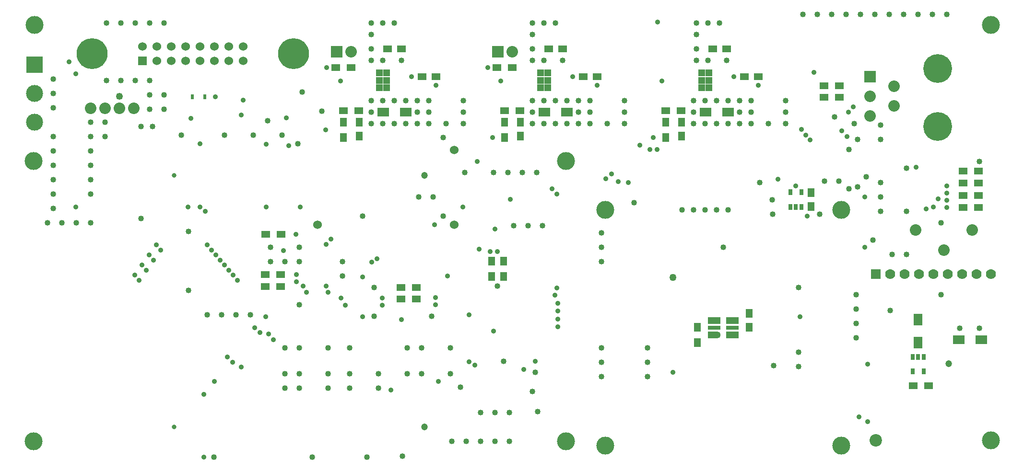
<source format=gbr>
G04 #@! TF.FileFunction,Soldermask,Bot*
%FSLAX46Y46*%
G04 Gerber Fmt 4.6, Leading zero omitted, Abs format (unit mm)*
G04 Created by KiCad (PCBNEW (2015-09-12 BZR 6188)-product) date Sat Nov 21 23:19:16 2015*
%MOMM*%
G01*
G04 APERTURE LIST*
%ADD10C,0.100000*%
%ADD11C,1.016000*%
%ADD12C,3.175000*%
%ADD13R,1.500000X1.300000*%
%ADD14R,1.250000X1.500000*%
%ADD15R,1.600000X2.000000*%
%ADD16R,2.000000X1.600000*%
%ADD17R,1.500000X1.250000*%
%ADD18C,5.080000*%
%ADD19R,3.000000X3.000000*%
%ADD20C,3.000000*%
%ADD21C,2.040000*%
%ADD22C,1.250000*%
%ADD23R,1.300000X1.500000*%
%ADD24C,1.200000*%
%ADD25R,1.300000X1.300000*%
%ADD26R,2.032000X2.032000*%
%ADD27O,2.032000X2.032000*%
%ADD28C,5.461000*%
%ADD29R,1.524000X1.524000*%
%ADD30C,1.524000*%
%ADD31C,2.032000*%
%ADD32R,2.290000X0.800000*%
%ADD33R,2.290000X1.240000*%
%ADD34O,1.290000X1.240000*%
%ADD35R,1.645000X1.240000*%
%ADD36R,0.700000X1.000000*%
%ADD37C,0.800000*%
%ADD38R,1.778000X1.778000*%
%ADD39C,2.200000*%
%ADD40C,1.778000*%
%ADD41R,0.630000X0.830000*%
%ADD42C,0.889000*%
%ADD43C,1.270000*%
G04 APERTURE END LIST*
D10*
D11*
X339598000Y-224282000D03*
X339598000Y-221742000D03*
X339598000Y-219202000D03*
X339598000Y-216662000D03*
X316103000Y-208280000D03*
X302768000Y-231140000D03*
X302768000Y-228600000D03*
X302768000Y-226060000D03*
X329438000Y-215392000D03*
X329438000Y-226822000D03*
X329438000Y-229362000D03*
X324866000Y-202438000D03*
X333121000Y-202438000D03*
X235712000Y-185928000D03*
X241808000Y-180848000D03*
X245237000Y-184277000D03*
X277368000Y-228473000D03*
X268224000Y-242570000D03*
X270764000Y-242570000D03*
X278384000Y-242570000D03*
X275844000Y-242570000D03*
X273304000Y-242570000D03*
X273304000Y-237490000D03*
X275844000Y-237490000D03*
X278384000Y-237490000D03*
X267970000Y-226060000D03*
X267970000Y-230632000D03*
X264668000Y-220472000D03*
X254508000Y-220472000D03*
X254508000Y-215392000D03*
X262382000Y-199390000D03*
X264922000Y-199390000D03*
X220472000Y-188468000D03*
X228092000Y-188468000D03*
X233172000Y-188468000D03*
X238252000Y-188468000D03*
X241046000Y-189992000D03*
X279146000Y-204470000D03*
X270510000Y-195072000D03*
X294640000Y-231140000D03*
X294640000Y-228600000D03*
X294640000Y-226060000D03*
X294640000Y-210820000D03*
X294640000Y-208280000D03*
X294640000Y-205740000D03*
X281686000Y-204470000D03*
X284226000Y-204470000D03*
X283210000Y-195072000D03*
X280670000Y-195072000D03*
X278130000Y-195072000D03*
X275590000Y-195072000D03*
X260350000Y-226060000D03*
X262890000Y-226060000D03*
X262890000Y-230632000D03*
X260350000Y-230632000D03*
X248920000Y-213360000D03*
X248920000Y-210820000D03*
X232664000Y-220218000D03*
X230124000Y-220218000D03*
X227584000Y-220218000D03*
X225044000Y-220218000D03*
X221742000Y-215900000D03*
X221742000Y-205486000D03*
X255270000Y-230632000D03*
X255270000Y-233172000D03*
X250190000Y-233172000D03*
X246380000Y-233172000D03*
X241300000Y-233172000D03*
X238760000Y-233172000D03*
X238760000Y-230632000D03*
X241300000Y-230632000D03*
X246380000Y-230632000D03*
X250190000Y-230632000D03*
X250190000Y-226060000D03*
X246380000Y-226060000D03*
X238760000Y-226060000D03*
X241300000Y-226060000D03*
X241300000Y-218440000D03*
X236220000Y-208280000D03*
X241300000Y-208280000D03*
X236220000Y-210820000D03*
X238760000Y-210820000D03*
X241300000Y-210820000D03*
X354584000Y-216662000D03*
X354584000Y-203962000D03*
X345948000Y-209550000D03*
X348488000Y-209550000D03*
X355600000Y-167132000D03*
X353060000Y-167132000D03*
X350520000Y-167132000D03*
X347980000Y-167132000D03*
X345440000Y-167132000D03*
X342900000Y-167132000D03*
X340360000Y-167132000D03*
X337820000Y-167132000D03*
X335280000Y-167132000D03*
X332740000Y-167132000D03*
X330200000Y-167132000D03*
X348488000Y-194310000D03*
X348488000Y-201930000D03*
X334010000Y-196596000D03*
X336550000Y-196596000D03*
X339852000Y-197612000D03*
X341376000Y-195834000D03*
X343916000Y-201930000D03*
X343916000Y-199390000D03*
X343916000Y-196850000D03*
X343916000Y-186690000D03*
X343916000Y-189230000D03*
X339852000Y-189230000D03*
X217424000Y-168656000D03*
X214884000Y-168656000D03*
X212344000Y-168656000D03*
X209804000Y-168656000D03*
X207264000Y-168656000D03*
X207264000Y-178816000D03*
X209804000Y-178816000D03*
X212344000Y-178816000D03*
X214884000Y-178816000D03*
X214884000Y-181356000D03*
X217424000Y-181356000D03*
X214884000Y-183896000D03*
X217424000Y-183896000D03*
X215392000Y-186944000D03*
X213360000Y-186944000D03*
X196850000Y-203962000D03*
X199390000Y-203962000D03*
X201930000Y-203962000D03*
X204470000Y-203962000D03*
X204470000Y-198882000D03*
X204470000Y-196342000D03*
X204470000Y-193802000D03*
X204470000Y-191262000D03*
X207010000Y-188722000D03*
X207010000Y-186182000D03*
X204470000Y-186182000D03*
X204470000Y-188722000D03*
X197866000Y-201422000D03*
X197866000Y-198882000D03*
X197866000Y-196342000D03*
X197866000Y-193802000D03*
X197866000Y-191262000D03*
X197866000Y-188722000D03*
X197866000Y-178562000D03*
X197866000Y-183642000D03*
D12*
X288315400Y-242570000D03*
X288315400Y-193040000D03*
X194335400Y-193040000D03*
X194335400Y-242570000D03*
X363347000Y-169037000D03*
D13*
X249094000Y-184150000D03*
X251794000Y-184150000D03*
D14*
X320675000Y-222484000D03*
X320675000Y-219984000D03*
D15*
X350520000Y-221139000D03*
X350520000Y-225139000D03*
D16*
X361664000Y-224663000D03*
X357664000Y-224663000D03*
D17*
X316718000Y-173228000D03*
X314218000Y-173228000D03*
X287762000Y-173228000D03*
X285262000Y-173228000D03*
X259314000Y-173228000D03*
X256814000Y-173228000D03*
X319806000Y-178181000D03*
X322306000Y-178181000D03*
X291358000Y-178181000D03*
X293858000Y-178181000D03*
X262910000Y-178181000D03*
X265410000Y-178181000D03*
D14*
X308737000Y-188702000D03*
X308737000Y-186202000D03*
X280289000Y-188702000D03*
X280289000Y-186202000D03*
X251841000Y-188702000D03*
X251841000Y-186202000D03*
D16*
X260064000Y-184404000D03*
X256064000Y-184404000D03*
X316960000Y-184404000D03*
X312960000Y-184404000D03*
X288512000Y-184404000D03*
X284512000Y-184404000D03*
D18*
X353974400Y-187007500D03*
X353974400Y-176720500D03*
D19*
X194564000Y-176022000D03*
D20*
X194564000Y-181102000D03*
X194564000Y-186182000D03*
D21*
X212090000Y-183769000D03*
X209550000Y-183769000D03*
X204470000Y-183769000D03*
X207010000Y-183769000D03*
D22*
X209550000Y-181609000D03*
D13*
X261954000Y-217424000D03*
X259254000Y-217424000D03*
X261954000Y-215392000D03*
X259254000Y-215392000D03*
X238078000Y-205994000D03*
X235378000Y-205994000D03*
X333930000Y-179755800D03*
X336630000Y-179755800D03*
X333930000Y-181787800D03*
X336630000Y-181787800D03*
X278845000Y-176530000D03*
X276145000Y-176530000D03*
X250397000Y-176530000D03*
X247697000Y-176530000D03*
D23*
X305943000Y-188929000D03*
X305943000Y-186229000D03*
D13*
X305990000Y-184150000D03*
X308690000Y-184150000D03*
D23*
X277495000Y-188929000D03*
X277495000Y-186229000D03*
D13*
X277542000Y-184150000D03*
X280242000Y-184150000D03*
D23*
X249047000Y-188929000D03*
X249047000Y-186229000D03*
D13*
X237951000Y-215265000D03*
X235251000Y-215265000D03*
X237951000Y-213106000D03*
X235251000Y-213106000D03*
D23*
X277368000Y-213440000D03*
X277368000Y-210740000D03*
X275209000Y-213440000D03*
X275209000Y-210740000D03*
D13*
X361141000Y-194818000D03*
X358441000Y-194818000D03*
X361141000Y-196977000D03*
X358441000Y-196977000D03*
X361141000Y-199136000D03*
X358441000Y-199136000D03*
X358441000Y-201295000D03*
X361141000Y-201295000D03*
D24*
X355892000Y-228927000D03*
D25*
X313578000Y-180116000D03*
X313578000Y-177516000D03*
X312278000Y-180116000D03*
X312278000Y-177516000D03*
X312278000Y-178816000D03*
X313578000Y-178816000D03*
X285130000Y-180116000D03*
X285130000Y-177516000D03*
X283830000Y-180116000D03*
X283830000Y-177516000D03*
X283830000Y-178816000D03*
X285130000Y-178816000D03*
X256682000Y-180116000D03*
X256682000Y-177516000D03*
X255382000Y-180116000D03*
X255382000Y-177516000D03*
X255382000Y-178816000D03*
X256682000Y-178816000D03*
D26*
X276352000Y-173736000D03*
D27*
X278892000Y-173736000D03*
D26*
X247904000Y-173736000D03*
D27*
X250444000Y-173736000D03*
D28*
X204724000Y-174117000D03*
X240284000Y-174117000D03*
D29*
X213614000Y-175387000D03*
D30*
X213614000Y-172847000D03*
X216154000Y-175387000D03*
X216154000Y-172847000D03*
X218694000Y-175387000D03*
X218694000Y-172847000D03*
X221234000Y-175387000D03*
X221234000Y-172847000D03*
X223774000Y-175387000D03*
X223774000Y-172847000D03*
X226314000Y-175387000D03*
X226314000Y-172847000D03*
X228854000Y-175387000D03*
X228854000Y-172847000D03*
X231394000Y-175387000D03*
X231394000Y-172847000D03*
D31*
X341998300Y-181610000D03*
D26*
X341998300Y-178206400D03*
D31*
X341998300Y-185110120D03*
X346240100Y-183311800D03*
X346240100Y-179908200D03*
D32*
X317728000Y-222504000D03*
X314478000Y-222504000D03*
D33*
X317728000Y-223774000D03*
X317728000Y-221234000D03*
X314478000Y-221234000D03*
D34*
X314978000Y-223774000D03*
D35*
X314155500Y-223774000D03*
D14*
X331597000Y-198648000D03*
X331597000Y-201148000D03*
D23*
X311531000Y-225124000D03*
X311531000Y-222424000D03*
D36*
X329880000Y-201198000D03*
X328930000Y-201198000D03*
X327980000Y-201198000D03*
X327980000Y-198598000D03*
X329880000Y-198598000D03*
D24*
X263347200Y-195592700D03*
D37*
X219147200Y-195592700D03*
D24*
X263347200Y-240042700D03*
D37*
X219147200Y-240042700D03*
D36*
X349570000Y-227681000D03*
X350520000Y-227681000D03*
X351470000Y-227681000D03*
X351470000Y-230281000D03*
X349570000Y-230281000D03*
D13*
X349678000Y-232791000D03*
X352378000Y-232791000D03*
D21*
X355092000Y-208832000D03*
X350092000Y-205232000D03*
X360092000Y-205232000D03*
D12*
X194564000Y-169037000D03*
X363347000Y-242443000D03*
D38*
X343027000Y-213090000D03*
D39*
X343027000Y-242443000D03*
D40*
X345567000Y-213090000D03*
X348107000Y-213090000D03*
X350647000Y-213090000D03*
X353187000Y-213090000D03*
X355727000Y-213090000D03*
X358267000Y-213090000D03*
X360807000Y-213090000D03*
X363347000Y-213090000D03*
D12*
X336931000Y-243332000D03*
X295275000Y-243332000D03*
X295275000Y-201676000D03*
X336931000Y-201676000D03*
D41*
X224635000Y-181737000D03*
X222405000Y-181737000D03*
D11*
X197866000Y-181102000D03*
D42*
X340106000Y-238252000D03*
D11*
X283337000Y-237363000D03*
X282956056Y-230378000D03*
X269748000Y-233045000D03*
X282448000Y-233807006D03*
X322580000Y-196850000D03*
X316992000Y-201676000D03*
X308864000Y-201676000D03*
X310896000Y-201676000D03*
X312928000Y-201676000D03*
X314960000Y-201676000D03*
D43*
X307213000Y-213614000D03*
D11*
X286512000Y-168656000D03*
X284480000Y-168656000D03*
X282448000Y-168656000D03*
X314960000Y-186436000D03*
X312928000Y-186436000D03*
X310896000Y-186436000D03*
X286512000Y-186436000D03*
X284480000Y-186436000D03*
X282448000Y-186436000D03*
X254000000Y-186436000D03*
X256032000Y-186436000D03*
X258064000Y-186436000D03*
X315468000Y-168656000D03*
X313436000Y-168656000D03*
X311404000Y-168656000D03*
X311404000Y-170688000D03*
X313436000Y-175260000D03*
X311404000Y-175260000D03*
X311404000Y-173228000D03*
X314960000Y-182372000D03*
X312928000Y-182372000D03*
X310896000Y-182372000D03*
X310896000Y-184404000D03*
X357886000Y-222631000D03*
X286512000Y-182372000D03*
X284480000Y-182372000D03*
X282448000Y-182372000D03*
X282448000Y-184404000D03*
X282448000Y-170688000D03*
X284480000Y-175260000D03*
X282448000Y-175260000D03*
X282448000Y-173228000D03*
X254000000Y-168655992D03*
X258064000Y-168656000D03*
X256032000Y-168656000D03*
X254000000Y-170688000D03*
X256032000Y-175260000D03*
X254000000Y-175260000D03*
X254000000Y-173228000D03*
X258064000Y-182372000D03*
X256032000Y-182372000D03*
X254000000Y-182372000D03*
X254000000Y-184404000D03*
X300355000Y-200406000D03*
X338328000Y-191008000D03*
X338328000Y-197993000D03*
X259461000Y-245237000D03*
X253238000Y-245364000D03*
D42*
X259334000Y-221107000D03*
D11*
X252476006Y-202818980D03*
X266700000Y-202818980D03*
X213360000Y-203200000D03*
D42*
X275364695Y-188929000D03*
D11*
X324739000Y-199898000D03*
D42*
X267462000Y-213360000D03*
X252476000Y-220580920D03*
X235331000Y-220599000D03*
X252476000Y-213591498D03*
D11*
X361315000Y-193167000D03*
X266672622Y-188929000D03*
X298704000Y-182372000D03*
X298704000Y-184404000D03*
X298704000Y-186436000D03*
X292608000Y-182372000D03*
X292608000Y-184404000D03*
X292608000Y-186436000D03*
X295656000Y-186436000D03*
X288544000Y-186436000D03*
X290576000Y-186436000D03*
X288544000Y-182372000D03*
X290576000Y-182372000D03*
X290576000Y-184404000D03*
X276225000Y-215138000D03*
D42*
X265176000Y-204343000D03*
D30*
X244475000Y-204342980D03*
X268605006Y-204342980D03*
D11*
X243586000Y-245364000D03*
X226187020Y-245364000D03*
D30*
X268605000Y-191135020D03*
D11*
X342519000Y-207010010D03*
D42*
X303769000Y-188929000D03*
D11*
X339217000Y-186436000D03*
X345567000Y-219456006D03*
X335788000Y-185293001D03*
X324104000Y-186436000D03*
X327152000Y-186436000D03*
X327152000Y-184404000D03*
X327152000Y-182372000D03*
X316992000Y-186436000D03*
X319024000Y-186436000D03*
X321056000Y-182372000D03*
X321056000Y-184404000D03*
X321056000Y-186436000D03*
X316992000Y-182372000D03*
X319024000Y-182372000D03*
X319024000Y-184404000D03*
D42*
X318008000Y-178181000D03*
X322326000Y-179705000D03*
X289560000Y-178181000D03*
X293878000Y-179705000D03*
X261112000Y-178181000D03*
X265430000Y-179705000D03*
X305308000Y-178943000D03*
X276860000Y-178943000D03*
X245949426Y-187529426D03*
D11*
X270256000Y-182372000D03*
X270256000Y-184404000D03*
X270256000Y-186436000D03*
X264160000Y-182372000D03*
X264160000Y-184404000D03*
X264160000Y-186436000D03*
X267208000Y-186436000D03*
X260096000Y-182372000D03*
X262128000Y-182372000D03*
X260096000Y-186436000D03*
X262128000Y-186436000D03*
X262128000Y-184404000D03*
D42*
X248539000Y-178943000D03*
X249427994Y-218567000D03*
X255905000Y-218567000D03*
X248666000Y-217296994D03*
X255905000Y-217297000D03*
X238506006Y-208915000D03*
X325755000Y-196278553D03*
X257429000Y-233553000D03*
X341630000Y-239141000D03*
X341630000Y-228981000D03*
X222123000Y-185547000D03*
X304545992Y-168529000D03*
X200660000Y-175514000D03*
X274574000Y-176530000D03*
X246126000Y-176530000D03*
X224663000Y-201930000D03*
X235458000Y-190119006D03*
X235458000Y-201168000D03*
X239014000Y-185420000D03*
X272669002Y-193167000D03*
X224409000Y-245364000D03*
X224409000Y-234315000D03*
X231372924Y-182318041D03*
X223774000Y-201168000D03*
X223774012Y-189992000D03*
X301371000Y-190246000D03*
X241427002Y-201168000D03*
X226314000Y-232029000D03*
X265811000Y-232029000D03*
X270129004Y-201168000D03*
X239395000Y-190373000D03*
X255016000Y-210375520D03*
X275844010Y-205105000D03*
X276225000Y-209042000D03*
X254046558Y-210981043D03*
X273050000Y-208661000D03*
X274955000Y-209042000D03*
X246380000Y-216281000D03*
X242570000Y-216281000D03*
X246888004Y-206883000D03*
X355600000Y-197485000D03*
X245999000Y-215138000D03*
X241935000Y-215138000D03*
X245999000Y-207772000D03*
X355600000Y-198755000D03*
X286893006Y-219583000D03*
X234315038Y-223393000D03*
X295402000Y-196215000D03*
X353187000Y-201168000D03*
X286893000Y-220980000D03*
X235839000Y-223646990D03*
X297561000Y-196723000D03*
X351917000Y-201549000D03*
X240665000Y-205994002D03*
X329932609Y-187515480D03*
X332105000Y-177419000D03*
X228600014Y-227711000D03*
X271272000Y-220218000D03*
X229489000Y-228600000D03*
X271263583Y-228590338D03*
X272288000Y-229108000D03*
X231013000Y-229489000D03*
X286893000Y-222377000D03*
X236728004Y-224663000D03*
X299339000Y-196850000D03*
X341122000Y-208280000D03*
X341122002Y-199390000D03*
X286893000Y-218186000D03*
X233426000Y-222504000D03*
X296418000Y-195326008D03*
X354076000Y-199771000D03*
X278510994Y-199834470D03*
X350139000Y-194183000D03*
X231013000Y-184912000D03*
X226441000Y-181737000D03*
X215519000Y-210566000D03*
X227330000Y-210566000D03*
X214757000Y-209677000D03*
X226568000Y-209677000D03*
X216789000Y-208788000D03*
X225806000Y-208788000D03*
X216027000Y-207899000D03*
X225044000Y-207899000D03*
X230378000Y-214122000D03*
X212979000Y-214122000D03*
X282956000Y-228473000D03*
X280911770Y-229882230D03*
X304419000Y-191008000D03*
X330708016Y-188468000D03*
X303149000Y-191008000D03*
X331470000Y-189357000D03*
D11*
X361314996Y-222631000D03*
D42*
X286766006Y-198882000D03*
X286766000Y-215519000D03*
X337947000Y-188722000D03*
X265303000Y-217170000D03*
X339090000Y-183515000D03*
X275590000Y-223138996D03*
X265303000Y-218440000D03*
X286385008Y-216789000D03*
X285877012Y-197993000D03*
X337058006Y-187706000D03*
X338201000Y-184404000D03*
X328930000Y-197485020D03*
X240792000Y-214376000D03*
X240792000Y-213106000D03*
X355600000Y-200024990D03*
X355600000Y-201294994D03*
X307213000Y-230378000D03*
X330962000Y-202819000D03*
X329692000Y-220599000D03*
D11*
X324993000Y-229235004D03*
X316738000Y-175260000D03*
X287782000Y-175260000D03*
X259334000Y-175260000D03*
D42*
X201803000Y-177673004D03*
X201803000Y-201168000D03*
X221615000Y-201167984D03*
X213487000Y-211455000D03*
X228092000Y-211455000D03*
X228854000Y-212344000D03*
X214249000Y-212344000D03*
X212217000Y-213233000D03*
X229616000Y-213233000D03*
M02*

</source>
